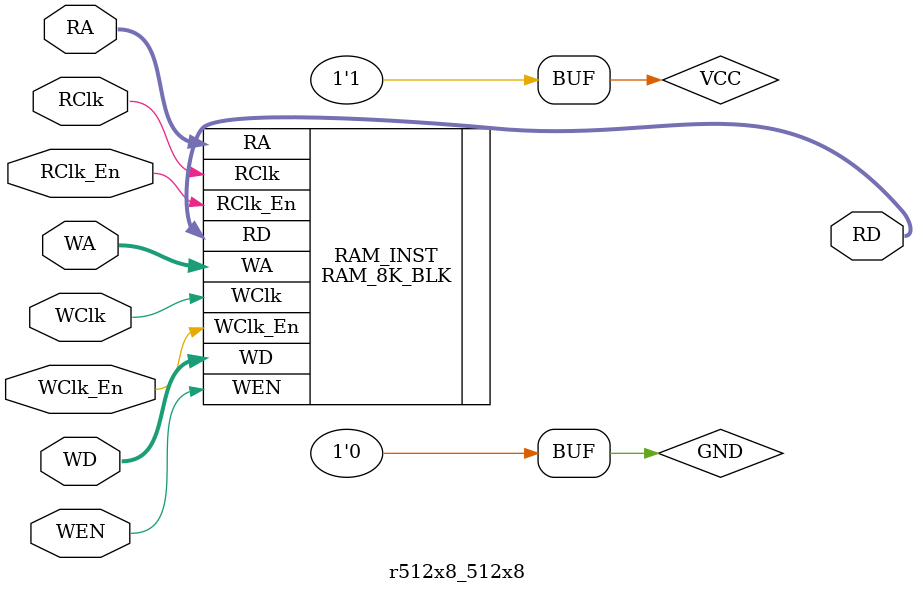
<source format=v>
module r512x8_512x8 (WA,RA,WD,WClk,RClk,WClk_En,RClk_En,WEN,RD);

input [8:0] WA;
input [8:0] RA;
input WClk,RClk;
input WClk_En,RClk_En;
input  WEN;
input [7:0] WD;
output [7:0] RD;

parameter addr_int = 9;
parameter data_depth_int = 512;
parameter data_width_int = 8;
parameter wr_enable_int = 1;
parameter reg_rd_int = 0;
parameter [16383:0] INIT = 16384'h0;
parameter INIT_FILE = "";

supply0 GND;
supply1 VCC;

RAM_8K_BLK #(   .addr_int(addr_int),
                .data_depth_int(data_depth_int),
                .data_width_int(data_width_int),
                .wr_enable_int(wr_enable_int),
                .reg_rd_int(reg_rd_int),
                .INIT(INIT),
                .INIT_FILE(INIT_FILE))
RAM_INST (      .WA(WA),
                .RA(RA),
                .WD(WD),
                .WClk(WClk),
                .WClk_En(WClk_En),
                .RClk(RClk),
                .RClk_En(RClk_En),
                .WEN(WEN),
                .RD(RD));

endmodule

</source>
